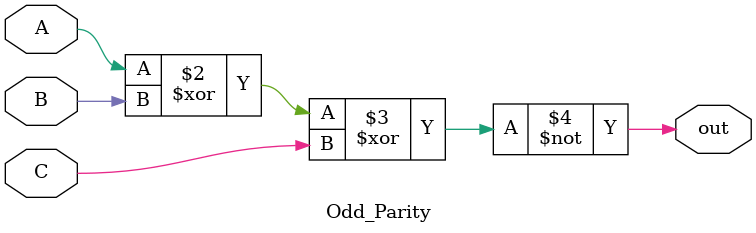
<source format=v>
`timescale 1ns / 1ps
module Odd_Parity(A,B,C,out);

input A,B,C;
output reg out;
always@(A,B,C)
begin
	out=~(A^B^C);
end


endmodule

</source>
